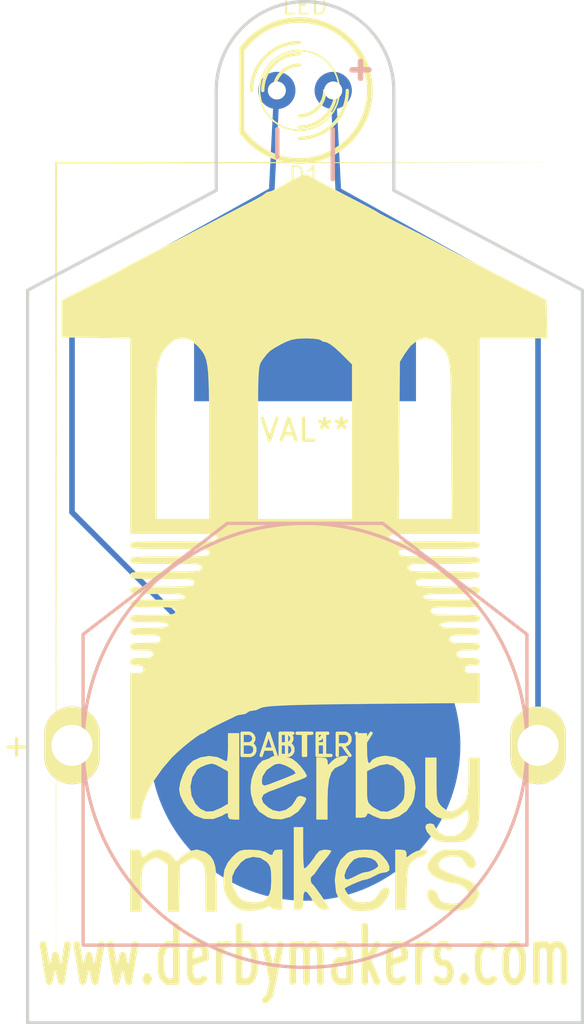
<source format=kicad_pcb>
(kicad_pcb (version 3) (host pcbnew "(2013-02-02 BZR 3928)-testing")

  (general
    (links 3)
    (no_connects 1)
    (area 47.424999 23.424999 72.575001 65.575001)
    (thickness 1.6)
    (drawings 12)
    (tracks 9)
    (zones 0)
    (modules 4)
    (nets 3)
  )

  (page A3)
  (layers
    (15 F.Cu signal)
    (0 B.Cu signal)
    (16 B.Adhes user)
    (17 F.Adhes user)
    (18 B.Paste user)
    (19 F.Paste user)
    (20 B.SilkS user)
    (21 F.SilkS user hide)
    (22 B.Mask user)
    (23 F.Mask user)
    (24 Dwgs.User user)
    (25 Cmts.User user)
    (26 Eco1.User user)
    (27 Eco2.User user)
    (28 Edge.Cuts user)
  )

  (setup
    (last_trace_width 0.254)
    (trace_clearance 0.254)
    (zone_clearance 0.508)
    (zone_45_only no)
    (trace_min 0.254)
    (segment_width 0.2)
    (edge_width 0.15)
    (via_size 0.889)
    (via_drill 0.635)
    (via_min_size 0.889)
    (via_min_drill 0.508)
    (uvia_size 0.508)
    (uvia_drill 0.127)
    (uvias_allowed no)
    (uvia_min_size 0.508)
    (uvia_min_drill 0.127)
    (pcb_text_width 0.3)
    (pcb_text_size 1 1)
    (mod_edge_width 0.15)
    (mod_text_size 1 1)
    (mod_text_width 0.15)
    (pad_size 1.6764 1.6764)
    (pad_drill 0.8128)
    (pad_to_mask_clearance 0)
    (aux_axis_origin 0 0)
    (visible_elements FFFFFFFF)
    (pcbplotparams
      (layerselection 284196865)
      (usegerberextensions true)
      (excludeedgelayer false)
      (linewidth 152400)
      (plotframeref false)
      (viasonmask false)
      (mode 1)
      (useauxorigin false)
      (hpglpennumber 1)
      (hpglpenspeed 20)
      (hpglpendiameter 15)
      (hpglpenoverlay 2)
      (psnegative false)
      (psa4output false)
      (plotreference false)
      (plotvalue false)
      (plotothertext false)
      (plotinvisibletext false)
      (padsonsilk false)
      (subtractmaskfromsilk false)
      (outputformat 1)
      (mirror false)
      (drillshape 0)
      (scaleselection 1)
      (outputdirectory ""))
  )

  (net 0 "")
  (net 1 N-000001)
  (net 2 N-000002)

  (net_class Default "This is the default net class."
    (clearance 0.254)
    (trace_width 0.254)
    (via_dia 0.889)
    (via_drill 0.635)
    (uvia_dia 0.508)
    (uvia_drill 0.127)
    (add_net "")
    (add_net N-000001)
    (add_net N-000002)
  )

  (module LED-5MM (layer F.Cu) (tedit 54169883) (tstamp 524056BA)
    (at 60 23.5 180)
    (descr "LED 5mm - Lead pitch 100mil (2,54mm)")
    (tags "LED led 5mm 5MM 100mil 2,54mm")
    (path /524055DB)
    (fp_text reference D1 (at 0 -3.81 180) (layer F.SilkS)
      (effects (font (size 0.762 0.762) (thickness 0.0889)))
    )
    (fp_text value LED (at 0 3.81 180) (layer F.SilkS)
      (effects (font (size 0.762 0.762) (thickness 0.0889)))
    )
    (fp_line (start 2.8448 1.905) (end 2.8448 -1.905) (layer F.SilkS) (width 0.2032))
    (fp_circle (center 0.254 0) (end -1.016 1.27) (layer F.SilkS) (width 0.0762))
    (fp_arc (start 0.254 0) (end 2.794 1.905) (angle 286.2) (layer F.SilkS) (width 0.254))
    (fp_arc (start 0.254 0) (end -0.889 0) (angle 90) (layer F.SilkS) (width 0.1524))
    (fp_arc (start 0.254 0) (end 1.397 0) (angle 90) (layer F.SilkS) (width 0.1524))
    (fp_arc (start 0.254 0) (end -1.397 0) (angle 90) (layer F.SilkS) (width 0.1524))
    (fp_arc (start 0.254 0) (end 1.905 0) (angle 90) (layer F.SilkS) (width 0.1524))
    (fp_arc (start 0.254 0) (end -1.905 0) (angle 90) (layer F.SilkS) (width 0.1524))
    (fp_arc (start 0.254 0) (end 2.413 0) (angle 90) (layer F.SilkS) (width 0.1524))
    (pad 1 thru_hole circle (at -1.27 0 180) (size 1.6764 1.6764) (drill 0.8128)
      (layers *.Cu *.Mask)
      (net 1 N-000001)
    )
    (pad 2 thru_hole circle (at 1.27 0 180) (size 1.6764 1.6764) (drill 0.8128)
      (layers *.Cu *.Mask)
      (net 2 N-000002)
    )
    (model discret/leds/led5_vertical_verde.wrl
      (at (xyz 0 0 0))
      (scale (xyz 1 1 1))
      (rotate (xyz 0 0 0))
    )
  )

  (module CR2032_CLIP_BACK (layer F.Cu) (tedit 52409AD6) (tstamp 524056CD)
    (at 60 53 180)
    (path /524055A7)
    (fp_text reference BT1 (at 0 0 180) (layer F.SilkS)
      (effects (font (size 1 1) (thickness 0.15)))
    )
    (fp_text value BATTERY (at 0 0 180) (layer F.SilkS)
      (effects (font (size 1 1) (thickness 0.15)))
    )
    (fp_text user + (at 13 0 180) (layer F.SilkS)
      (effects (font (size 1 1) (thickness 0.15)))
    )
    (fp_line (start -3.5 10) (end 3.5 10) (layer B.SilkS) (width 0.15))
    (fp_line (start 3.5 10) (end 10 5) (layer B.SilkS) (width 0.15))
    (fp_line (start 10 5) (end 10 -9) (layer B.SilkS) (width 0.15))
    (fp_line (start 10 -9) (end -10 -9) (layer B.SilkS) (width 0.15))
    (fp_line (start -10 -9) (end -10 5) (layer B.SilkS) (width 0.15))
    (fp_line (start -10 5) (end -3.5 10) (layer B.SilkS) (width 0.15))
    (fp_circle (center 0 0) (end -10 0) (layer B.SilkS) (width 0.15))
    (pad 2 smd circle (at 0 0 180) (size 14 14)
      (layers B.Cu B.Mask)
      (net 2 N-000002)
    )
    (pad 1 thru_hole oval (at -10.5 0 180) (size 2.5 3.5) (drill 1.85)
      (layers *.Cu *.Mask F.SilkS)
      (net 1 N-000001)
    )
    (pad 1 thru_hole oval (at 10.5 0 180) (size 2.5 3.5) (drill 1.85)
      (layers *.Cu *.Mask F.SilkS)
      (net 1 N-000001)
    )
  )

  (module LOGO_SILK (layer F.Cu) (tedit 0) (tstamp 54116DC5)
    (at 60 45)
    (fp_text reference G*** (at 0 19.05) (layer F.SilkS) hide
      (effects (font (size 1.524 1.524) (thickness 0.3048)))
    )
    (fp_text value LOGO_SILK (at 0 -19.05) (layer F.SilkS) hide
      (effects (font (size 1.524 1.524) (thickness 0.3048)))
    )
    (fp_poly (pts (xy 11.303 -18.24736) (xy 0.0635 -18.22704) (xy -11.176 -18.20418) (xy -11.19886 0.0635)
      (xy -11.21918 18.32864) (xy -11.2395 0.02032) (xy -11.25982 -18.288) (xy 0.02032 -18.26768)
      (xy 11.303 -18.24736) (xy 11.303 -18.24736)) (layer F.SilkS) (width 0.00254))
    (fp_poly (pts (xy -3.98018 15.494) (xy -4.23418 15.494) (xy -4.48818 15.494) (xy -4.48818 14.47038)
      (xy -4.49072 14.01318) (xy -4.5085 13.6906) (xy -4.5466 13.4747) (xy -4.62026 13.32992)
      (xy -4.73456 13.22578) (xy -4.88188 13.13688) (xy -5.0292 13.09116) (xy -5.19176 13.13942)
      (xy -5.3467 13.2334) (xy -5.63118 13.4239) (xy -5.65404 14.45768) (xy -5.67944 15.494)
      (xy -5.9309 15.494) (xy -6.17982 15.494) (xy -6.17982 14.4399) (xy -6.17982 13.38834)
      (xy -6.43382 13.208) (xy -6.62686 13.0937) (xy -6.77418 13.08608) (xy -6.87832 13.12926)
      (xy -7.07644 13.23848) (xy -7.2136 13.35024) (xy -7.29742 13.49756) (xy -7.34314 13.70838)
      (xy -7.36346 14.02334) (xy -7.366 14.47292) (xy -7.366 14.4907) (xy -7.366 15.494)
      (xy -7.62 15.494) (xy -7.874 15.494) (xy -7.874 14.097) (xy -7.874 12.7)
      (xy -7.62 12.7) (xy -7.43458 12.7254) (xy -7.36854 12.82446) (xy -7.366 12.86764)
      (xy -7.34822 13.0048) (xy -7.32028 13.03782) (xy -7.23138 12.98702) (xy -7.09168 12.86764)
      (xy -6.82498 12.7254) (xy -6.50494 12.70762) (xy -6.19252 12.81684) (xy -6.07568 12.89812)
      (xy -5.92074 13.05814) (xy -5.84454 13.18514) (xy -5.842 13.19784) (xy -5.7912 13.20292)
      (xy -5.65658 13.10386) (xy -5.54228 12.99718) (xy -5.21462 12.76604) (xy -4.87172 12.69238)
      (xy -4.52628 12.78636) (xy -4.445 12.83462) (xy -4.25958 12.98702) (xy -4.13004 13.18514)
      (xy -4.04368 13.45692) (xy -3.99796 13.83284) (xy -3.98018 14.34084) (xy -3.98018 14.4907)
      (xy -3.98018 15.494) (xy -3.98018 15.494)) (layer F.SilkS) (width 0.00254))
    (fp_poly (pts (xy -1.016 15.40764) (xy -1.26238 15.40764) (xy -1.45034 15.37462) (xy -1.524 15.31874)
      (xy -1.524 14.14018) (xy -1.524 14.03858) (xy -1.53162 13.71092) (xy -1.56464 13.5001)
      (xy -1.6383 13.35278) (xy -1.73228 13.2461) (xy -2.01422 13.07084) (xy -2.34442 13.02512)
      (xy -2.66446 13.1064) (xy -2.88544 13.2715) (xy -3.1496 13.61186) (xy -3.27914 13.90396)
      (xy -3.28422 14.18844) (xy -3.2004 14.4526) (xy -3.02006 14.78534) (xy -2.80416 14.97838)
      (xy -2.50698 15.05966) (xy -2.31902 15.06982) (xy -2.03962 15.05712) (xy -1.86182 15.00124)
      (xy -1.72974 14.88186) (xy -1.69926 14.8463) (xy -1.59766 14.67612) (xy -1.54432 14.46022)
      (xy -1.524 14.14018) (xy -1.524 15.31874) (xy -1.54686 15.3035) (xy -1.6002 15.24)
      (xy -1.70942 15.30096) (xy -1.88976 15.3797) (xy -2.17424 15.43558) (xy -2.49682 15.4559)
      (xy -2.794 15.44066) (xy -2.81178 15.43558) (xy -3.10388 15.31112) (xy -3.37058 15.06728)
      (xy -3.57124 14.7574) (xy -3.6576 14.45768) (xy -3.683 13.97508) (xy -3.6322 13.6017)
      (xy -3.4925 13.29436) (xy -3.29184 13.04544) (xy -3.09626 12.85494) (xy -2.93878 12.7508)
      (xy -2.75082 12.70762) (xy -2.46888 12.7) (xy -2.43078 12.70254) (xy -2.06248 12.7254)
      (xy -1.8034 12.79398) (xy -1.7399 12.82954) (xy -1.55194 12.93876) (xy -1.45542 12.9159)
      (xy -1.44018 12.827) (xy -1.36652 12.72286) (xy -1.22682 12.7) (xy -1.016 12.7)
      (xy -1.016 14.05382) (xy -1.016 15.40764) (xy -1.016 15.40764)) (layer F.SilkS) (width 0.00254))
    (fp_poly (pts (xy 3.81254 14.57198) (xy 3.75412 14.77772) (xy 3.59664 15.02664) (xy 3.53568 15.10284)
      (xy 3.35026 15.29334) (xy 3.17246 15.3924) (xy 2.9337 15.43812) (xy 2.794 15.45082)
      (xy 2.49936 15.46098) (xy 2.25298 15.45082) (xy 2.159 15.43812) (xy 1.92278 15.31112)
      (xy 1.68148 15.0876) (xy 1.4859 14.82344) (xy 1.397 14.61516) (xy 1.33858 14.06144)
      (xy 1.40716 13.57122) (xy 1.59766 13.16228) (xy 1.89738 12.86002) (xy 2.00406 12.79652)
      (xy 2.18948 12.74318) (xy 2.47142 12.70762) (xy 2.70002 12.7) (xy 2.9972 12.70762)
      (xy 3.19532 12.7508) (xy 3.35788 12.8524) (xy 3.51028 12.99718) (xy 3.70586 13.23848)
      (xy 3.80238 13.45946) (xy 3.79984 13.6271) (xy 3.68554 13.71092) (xy 3.63982 13.716)
      (xy 3.41884 13.7541) (xy 3.302 13.79728) (xy 3.302 13.4239) (xy 3.24866 13.30706)
      (xy 3.1623 13.19276) (xy 2.9718 13.08608) (xy 2.70002 13.04036) (xy 2.41808 13.05814)
      (xy 2.20472 13.14196) (xy 2.19964 13.14704) (xy 2.01422 13.3477) (xy 1.85928 13.60424)
      (xy 1.78054 13.83792) (xy 1.778 13.8811) (xy 1.81356 14.0208) (xy 1.93294 14.04112)
      (xy 2.13868 13.95476) (xy 2.41046 13.8176) (xy 2.58064 13.74394) (xy 2.68986 13.716)
      (xy 2.73304 13.716) (xy 2.90322 13.6779) (xy 3.0988 13.59408) (xy 3.2512 13.49502)
      (xy 3.302 13.4239) (xy 3.302 13.79728) (xy 3.29946 13.79982) (xy 3.07594 13.91158)
      (xy 2.96418 13.97) (xy 2.77876 14.03858) (xy 2.68478 14.05382) (xy 2.55778 14.08684)
      (xy 2.34442 14.17066) (xy 2.10312 14.2748) (xy 1.89484 14.3764) (xy 1.78816 14.44244)
      (xy 1.81356 14.52118) (xy 1.9177 14.68374) (xy 1.9812 14.7701) (xy 2.14122 14.95552)
      (xy 2.2987 15.04188) (xy 2.5273 15.06728) (xy 2.61874 15.06982) (xy 2.92354 15.04188)
      (xy 3.12674 14.93774) (xy 3.2893 14.7193) (xy 3.34264 14.61516) (xy 3.48742 14.46022)
      (xy 3.62204 14.40688) (xy 3.76936 14.4399) (xy 3.81254 14.57198) (xy 3.81254 14.57198)) (layer F.SilkS) (width 0.00254))
    (fp_poly (pts (xy 7.84098 14.63802) (xy 7.80542 14.82344) (xy 7.75716 14.92758) (xy 7.61746 15.14602)
      (xy 7.4549 15.3035) (xy 7.44982 15.30604) (xy 7.22122 15.38986) (xy 6.89102 15.44066)
      (xy 6.52018 15.45844) (xy 6.20776 15.43558) (xy 5.91566 15.3289) (xy 5.67182 15.12062)
      (xy 5.52704 14.86154) (xy 5.50418 14.7193) (xy 5.53466 14.53388) (xy 5.64642 14.478)
      (xy 5.65658 14.478) (xy 5.86994 14.55166) (xy 5.99694 14.73708) (xy 6.01218 14.8336)
      (xy 6.08838 14.98346) (xy 6.28904 15.09014) (xy 6.57352 15.13586) (xy 6.79704 15.1257)
      (xy 7.12724 15.04188) (xy 7.31266 14.88948) (xy 7.366 14.6812) (xy 7.2898 14.50086)
      (xy 7.10184 14.34084) (xy 6.85546 14.23924) (xy 6.71322 14.22146) (xy 6.44906 14.17574)
      (xy 6.12902 14.06144) (xy 5.83438 13.91412) (xy 5.69468 13.81506) (xy 5.53212 13.58138)
      (xy 5.53466 13.32738) (xy 5.70484 13.05052) (xy 5.78104 12.96924) (xy 5.9436 12.827)
      (xy 6.09092 12.74572) (xy 6.2865 12.70762) (xy 6.58114 12.7) (xy 6.65988 12.7)
      (xy 6.98754 12.70508) (xy 7.19836 12.73556) (xy 7.34568 12.80414) (xy 7.4803 12.92098)
      (xy 7.6454 13.14196) (xy 7.70636 13.34516) (xy 7.6581 13.48994) (xy 7.51078 13.54582)
      (xy 7.33298 13.47724) (xy 7.2263 13.30452) (xy 7.07644 13.0937) (xy 6.88086 13.01242)
      (xy 6.57098 12.99464) (xy 6.30174 13.05814) (xy 6.10616 13.18006) (xy 6.01472 13.34262)
      (xy 6.05536 13.5128) (xy 6.1722 13.6017) (xy 6.40842 13.716) (xy 6.7183 13.83538)
      (xy 6.81736 13.87094) (xy 7.1882 13.9954) (xy 7.43204 14.097) (xy 7.58952 14.1986)
      (xy 7.70128 14.3256) (xy 7.78256 14.46276) (xy 7.84098 14.63802) (xy 7.84098 14.63802)) (layer F.SilkS) (width 0.00254))
    (fp_poly (pts (xy 1.18364 12.7635) (xy 1.1303 12.85748) (xy 1.00076 13.0302) (xy 0.92456 13.1191)
      (xy 0.72898 13.35786) (xy 0.56134 13.59154) (xy 0.52578 13.64742) (xy 0.41148 13.80998)
      (xy 0.32258 13.88364) (xy 0.32004 13.88364) (xy 0.2667 13.94968) (xy 0.25654 14.08938)
      (xy 0.29464 14.2113) (xy 0.32258 14.2367) (xy 0.39878 14.31544) (xy 0.5334 14.49324)
      (xy 0.70104 14.72692) (xy 0.86868 14.9733) (xy 1.00838 15.1892) (xy 1.08966 15.33144)
      (xy 1.09982 15.36192) (xy 1.02616 15.39494) (xy 0.86614 15.40764) (xy 0.71882 15.3924)
      (xy 0.5969 15.32382) (xy 0.46736 15.17142) (xy 0.29718 14.90726) (xy 0.254 14.83614)
      (xy 0.1016 14.62786) (xy -0.00254 14.5796) (xy -0.0635 14.69644) (xy -0.08382 14.97584)
      (xy -0.08382 14.986) (xy -0.09144 15.23492) (xy -0.127 15.36192) (xy -0.21082 15.4051)
      (xy -0.29718 15.40764) (xy -0.508 15.40764) (xy -0.508 13.54582) (xy -0.508 11.684)
      (xy -0.29718 11.684) (xy -0.08382 11.684) (xy -0.08382 12.61364) (xy -0.08128 12.98956)
      (xy -0.06858 13.29182) (xy -0.0508 13.4874) (xy -0.03048 13.54582) (xy 0.06604 13.48232)
      (xy 0.2159 13.31722) (xy 0.38354 13.09878) (xy 0.49022 12.93114) (xy 0.64516 12.75588)
      (xy 0.86614 12.7) (xy 0.90678 12.7) (xy 1.09474 12.71524) (xy 1.18364 12.75588)
      (xy 1.18364 12.7635) (xy 1.18364 12.7635)) (layer F.SilkS) (width 0.00254))
    (fp_poly (pts (xy 5.50418 12.76604) (xy 5.43306 12.9032) (xy 5.27558 13.01242) (xy 5.16128 13.03782)
      (xy 5.01396 13.09624) (xy 4.83616 13.23594) (xy 4.81838 13.25626) (xy 4.72948 13.36548)
      (xy 4.66852 13.4874) (xy 4.63042 13.66012) (xy 4.60502 13.92174) (xy 4.58978 14.30528)
      (xy 4.5847 14.4399) (xy 4.55676 15.40764) (xy 4.31038 15.40764) (xy 4.064 15.40764)
      (xy 4.064 14.05382) (xy 4.064 12.7) (xy 4.318 12.7) (xy 4.50342 12.7254)
      (xy 4.56946 12.82192) (xy 4.572 12.87272) (xy 4.572 13.04798) (xy 4.81838 12.87272)
      (xy 5.0165 12.76858) (xy 5.23494 12.70762) (xy 5.41274 12.7) (xy 5.50164 12.7508)
      (xy 5.50418 12.76604) (xy 5.50418 12.76604)) (layer F.SilkS) (width 0.00254))
    (fp_poly (pts (xy 7.874 10.03808) (xy 7.87146 10.61212) (xy 7.8613 11.04646) (xy 7.8359 11.36904)
      (xy 7.79272 11.60526) (xy 7.72414 11.78814) (xy 7.62508 11.94562) (xy 7.49046 12.1031)
      (xy 7.4676 12.1285) (xy 7.3406 12.24534) (xy 7.21106 12.31646) (xy 7.02564 12.34948)
      (xy 6.73608 12.35964) (xy 6.59638 12.35964) (xy 6.25602 12.35456) (xy 6.03504 12.32916)
      (xy 5.87756 12.27074) (xy 5.73786 12.1666) (xy 5.68198 12.11326) (xy 5.48894 11.8872)
      (xy 5.41782 11.69416) (xy 5.46862 11.55954) (xy 5.63118 11.51382) (xy 5.79628 11.55446)
      (xy 5.842 11.6332) (xy 5.90296 11.76528) (xy 6.05282 11.92276) (xy 6.07568 11.938)
      (xy 6.37286 12.08278) (xy 6.68782 12.08278) (xy 6.97738 11.9634) (xy 7.20852 11.73734)
      (xy 7.34314 11.43) (xy 7.366 11.2395) (xy 7.3533 11.03376) (xy 7.32282 10.92708)
      (xy 7.3152 10.922) (xy 7.22376 10.97026) (xy 7.05866 11.09218) (xy 7.0104 11.13282)
      (xy 6.67004 11.32078) (xy 6.30428 11.35126) (xy 5.94106 11.22426) (xy 5.72008 11.05916)
      (xy 5.41782 10.77468) (xy 5.41782 9.66216) (xy 5.41782 8.54964) (xy 5.67182 8.54964)
      (xy 5.92582 8.54964) (xy 5.92582 9.52246) (xy 5.92836 9.9441) (xy 5.93852 10.23112)
      (xy 5.96392 10.42416) (xy 6.01218 10.56132) (xy 6.09092 10.67562) (xy 6.16458 10.76198)
      (xy 6.40842 10.95248) (xy 6.6548 10.97534) (xy 6.9215 10.8331) (xy 6.99008 10.77468)
      (xy 7.15518 10.59434) (xy 7.26694 10.39368) (xy 7.33044 10.1346) (xy 7.36092 9.779)
      (xy 7.366 9.398) (xy 7.366 8.54964) (xy 7.62 8.54964) (xy 7.874 8.54964)
      (xy 7.874 10.03808) (xy 7.874 10.03808)) (layer F.SilkS) (width 0.00254))
    (fp_poly (pts (xy 10.92708 -10.33018) (xy 9.40054 -10.33018) (xy 7.874 -10.33018) (xy 7.874 -5.92836)
      (xy 7.874 -1.524) (xy 6.61416 -1.524) (xy 6.61416 -2.20218) (xy 6.58622 -5.7785)
      (xy 6.58114 -6.67004) (xy 6.57606 -7.40664) (xy 6.5659 -8.00608) (xy 6.5532 -8.48868)
      (xy 6.53542 -8.86714) (xy 6.50748 -9.15924) (xy 6.46938 -9.38276) (xy 6.41858 -9.55294)
      (xy 6.35508 -9.68502) (xy 6.27126 -9.80186) (xy 6.16966 -9.91362) (xy 6.0452 -10.03808)
      (xy 6.03504 -10.05078) (xy 5.72262 -10.27938) (xy 5.3975 -10.34288) (xy 5.06984 -10.24382)
      (xy 4.75234 -9.98982) (xy 4.47548 -9.60882) (xy 4.27482 -9.271) (xy 4.24942 -5.73786)
      (xy 4.22402 -2.20218) (xy 5.41782 -2.20218) (xy 6.61416 -2.20218) (xy 6.61416 -1.524)
      (xy 5.842 -1.524) (xy 5.20446 -1.524) (xy 4.71678 -1.52146) (xy 4.35864 -1.51638)
      (xy 4.10972 -1.50368) (xy 3.9497 -1.4859) (xy 3.8608 -1.45796) (xy 3.82016 -1.41986)
      (xy 3.81 -1.36906) (xy 3.81 -1.35636) (xy 3.81508 -1.30302) (xy 3.84556 -1.26238)
      (xy 3.92176 -1.2319) (xy 4.06146 -1.21158) (xy 4.28752 -1.19888) (xy 4.61772 -1.19126)
      (xy 5.06984 -1.18872) (xy 5.66928 -1.18618) (xy 5.842 -1.18618) (xy 6.47954 -1.18618)
      (xy 6.96722 -1.18364) (xy 7.32536 -1.17602) (xy 7.57428 -1.16586) (xy 7.7343 -1.14808)
      (xy 7.8232 -1.12014) (xy 7.86384 -1.08204) (xy 7.874 -1.03124) (xy 7.874 -1.016)
      (xy 7.86638 -0.96266) (xy 7.83336 -0.91948) (xy 7.75462 -0.889) (xy 7.60476 -0.86868)
      (xy 7.366 -0.85598) (xy 7.01548 -0.8509) (xy 6.53288 -0.84836) (xy 6.05282 -0.84836)
      (xy 5.45338 -0.84836) (xy 5.0038 -0.84328) (xy 4.67868 -0.83566) (xy 4.46278 -0.82296)
      (xy 4.3307 -0.8001) (xy 4.26212 -0.76708) (xy 4.23672 -0.7239) (xy 4.23418 -0.67818)
      (xy 4.23926 -0.6223) (xy 4.27228 -0.58166) (xy 4.35356 -0.55118) (xy 4.50342 -0.53086)
      (xy 4.74218 -0.51816) (xy 5.0927 -0.51308) (xy 5.57276 -0.51054) (xy 6.05282 -0.508)
      (xy 6.65226 -0.508) (xy 7.10438 -0.50546) (xy 7.42696 -0.49784) (xy 7.6454 -0.48514)
      (xy 7.77748 -0.46228) (xy 7.84606 -0.42926) (xy 7.87146 -0.38354) (xy 7.874 -0.34036)
      (xy 7.86638 -0.28194) (xy 7.83082 -0.23876) (xy 7.74446 -0.20828) (xy 7.58444 -0.18796)
      (xy 7.3279 -0.1778) (xy 6.95198 -0.17272) (xy 6.43636 -0.17018) (xy 6.26618 -0.17018)
      (xy 5.70738 -0.17018) (xy 5.29336 -0.1651) (xy 5.00634 -0.15748) (xy 4.82346 -0.1397)
      (xy 4.71678 -0.1143) (xy 4.66852 -0.07366) (xy 4.65582 -0.02032) (xy 4.65582 0)
      (xy 4.66344 0.05842) (xy 4.699 0.1016) (xy 4.78536 0.13208) (xy 4.94538 0.14986)
      (xy 5.20192 0.16256) (xy 5.57784 0.16764) (xy 6.09346 0.16764) (xy 6.26618 0.16764)
      (xy 6.82244 0.16764) (xy 7.23646 0.17272) (xy 7.52348 0.18288) (xy 7.70636 0.19812)
      (xy 7.81304 0.22606) (xy 7.8613 0.26416) (xy 7.874 0.32004) (xy 7.874 0.33782)
      (xy 7.86638 0.39878) (xy 7.82828 0.4445) (xy 7.7343 0.47498) (xy 7.56412 0.49276)
      (xy 7.2898 0.50292) (xy 6.89356 0.50546) (xy 6.43382 0.508) (xy 5.91058 0.508)
      (xy 5.53212 0.51308) (xy 5.27558 0.52324) (xy 5.11556 0.54356) (xy 5.03174 0.57404)
      (xy 5.00126 0.6223) (xy 4.99618 0.67564) (xy 5.00126 0.7366) (xy 5.0419 0.78232)
      (xy 5.13334 0.8128) (xy 5.30606 0.83058) (xy 5.57784 0.84074) (xy 5.97662 0.84582)
      (xy 6.43382 0.84582) (xy 6.9596 0.84582) (xy 7.33806 0.8509) (xy 7.5946 0.86106)
      (xy 7.75208 0.88138) (xy 7.8359 0.9144) (xy 7.86892 0.96012) (xy 7.874 1.016)
      (xy 7.86638 1.0795) (xy 7.8232 1.12522) (xy 7.72414 1.1557) (xy 7.53872 1.17348)
      (xy 7.24662 1.1811) (xy 6.8199 1.18364) (xy 6.604 1.18364) (xy 6.10616 1.18618)
      (xy 5.75564 1.1938) (xy 5.52704 1.21158) (xy 5.39496 1.23952) (xy 5.34162 1.28016)
      (xy 5.334 1.31064) (xy 5.35686 1.36144) (xy 5.44068 1.397) (xy 5.61086 1.41986)
      (xy 5.89026 1.43256) (xy 6.30174 1.43764) (xy 6.604 1.43764) (xy 7.09168 1.44018)
      (xy 7.43458 1.44526) (xy 7.66064 1.45796) (xy 7.79272 1.48336) (xy 7.85368 1.52146)
      (xy 7.87146 1.57988) (xy 7.874 1.60782) (xy 7.86384 1.6764) (xy 7.81812 1.72466)
      (xy 7.7089 1.7526) (xy 7.50824 1.77038) (xy 7.19074 1.77546) (xy 6.77418 1.778)
      (xy 6.3246 1.778) (xy 6.01726 1.78562) (xy 5.82422 1.80086) (xy 5.72262 1.83388)
      (xy 5.67944 1.88214) (xy 5.67182 1.94564) (xy 5.68198 2.01422) (xy 5.7277 2.06248)
      (xy 5.83692 2.09296) (xy 6.03758 2.1082) (xy 6.35508 2.11328) (xy 6.77418 2.11582)
      (xy 7.22122 2.11582) (xy 7.52856 2.12344) (xy 7.7216 2.14122) (xy 7.8232 2.1717)
      (xy 7.86638 2.21996) (xy 7.874 2.286) (xy 7.8613 2.35966) (xy 7.80796 2.41046)
      (xy 7.6835 2.4384) (xy 7.4549 2.4511) (xy 7.09676 2.45364) (xy 6.985 2.45364)
      (xy 6.5786 2.45872) (xy 6.31444 2.47142) (xy 6.16458 2.5019) (xy 6.10362 2.54762)
      (xy 6.096 2.58064) (xy 6.12394 2.63906) (xy 6.223 2.67716) (xy 6.42366 2.69748)
      (xy 6.75132 2.70764) (xy 6.985 2.70764) (xy 7.38124 2.71018) (xy 7.63778 2.72034)
      (xy 7.7851 2.7432) (xy 7.85368 2.78892) (xy 7.874 2.85496) (xy 7.874 2.87782)
      (xy 7.85876 2.96164) (xy 7.79526 3.01244) (xy 7.64286 3.03784) (xy 7.37362 3.04546)
      (xy 7.19582 3.048) (xy 6.858 3.05054) (xy 6.65734 3.06578) (xy 6.55574 3.10388)
      (xy 6.52018 3.17246) (xy 6.52018 3.21564) (xy 6.53288 3.29946) (xy 6.59892 3.35026)
      (xy 6.74878 3.37566) (xy 7.01802 3.38582) (xy 7.19582 3.38582) (xy 7.53364 3.38836)
      (xy 7.73684 3.40614) (xy 7.8359 3.4417) (xy 7.87146 3.51028) (xy 7.874 3.556)
      (xy 7.85622 3.64998) (xy 7.7724 3.70078) (xy 7.58952 3.7211) (xy 7.366 3.72364)
      (xy 7.08152 3.73126) (xy 6.92912 3.75666) (xy 6.86816 3.81762) (xy 6.858 3.89382)
      (xy 6.87578 3.9878) (xy 6.95706 4.0386) (xy 7.13994 4.05892) (xy 7.366 4.064)
      (xy 7.65048 4.06908) (xy 7.80288 4.09702) (xy 7.86384 4.15798) (xy 7.874 4.23164)
      (xy 7.84606 4.3434) (xy 7.72922 4.39166) (xy 7.53618 4.40182) (xy 7.31266 4.41452)
      (xy 7.21614 4.47294) (xy 7.19582 4.572) (xy 7.22376 4.68122) (xy 7.3406 4.72948)
      (xy 7.53618 4.73964) (xy 7.874 4.73964) (xy 7.874 5.41528) (xy 7.874 6.09092)
      (xy 3.4925 6.12648) (xy 2.36728 6.13918) (xy 2.11582 6.14172) (xy 2.11582 -2.20218)
      (xy 2.11582 -5.67944) (xy 2.11582 -9.15924) (xy 1.61544 -9.65962) (xy 1.35636 -9.89838)
      (xy 1.12776 -10.07364) (xy 0.96774 -10.15746) (xy 0.94234 -10.16) (xy 0.77724 -10.1981)
      (xy 0.71882 -10.24636) (xy 0.61468 -10.287) (xy 0.38862 -10.31748) (xy 0.08382 -10.33018)
      (xy 0.04572 -10.33018) (xy -0.32512 -10.31748) (xy -0.60706 -10.26922) (xy -0.87884 -10.16762)
      (xy -1.0541 -10.07872) (xy -1.3589 -9.91108) (xy -1.56718 -9.77138) (xy -1.7272 -9.6139)
      (xy -1.89484 -9.39292) (xy -1.9304 -9.34466) (xy -1.97612 -9.27354) (xy -2.01422 -9.19988)
      (xy -2.0447 -9.1059) (xy -2.06756 -8.97128) (xy -2.08534 -8.78586) (xy -2.09804 -8.52678)
      (xy -2.1082 -8.18134) (xy -2.11328 -7.73176) (xy -2.11582 -7.1628) (xy -2.11582 -6.45668)
      (xy -2.11582 -5.6388) (xy -2.11582 -2.20218) (xy 0 -2.20218) (xy 2.11582 -2.20218)
      (xy 2.11582 6.14172) (xy 1.39954 6.14934) (xy 0.57912 6.16204) (xy -0.10668 6.17728)
      (xy -0.66802 6.19252) (xy -1.1176 6.21284) (xy -1.46558 6.23316) (xy -1.72466 6.25856)
      (xy -1.905 6.28904) (xy -2.0193 6.3246) (xy -2.0701 6.35508) (xy -2.21488 6.41858)
      (xy -2.34188 6.43382) (xy -2.51206 6.46684) (xy -2.58318 6.51764) (xy -2.70256 6.58876)
      (xy -2.80162 6.604) (xy -3.0226 6.6421) (xy -3.11404 6.67766) (xy -3.25882 6.75132)
      (xy -3.50774 6.8707) (xy -3.80746 7.01548) (xy -3.85318 7.03834) (xy -4.13766 7.18058)
      (xy -4.3561 7.29996) (xy -4.46786 7.37616) (xy -4.47294 7.38632) (xy -4.572 7.44728)
      (xy -4.59232 7.44982) (xy -4.71932 7.50316) (xy -4.93522 7.6454) (xy -5.207 7.85114)
      (xy -5.4991 8.0899) (xy -5.78104 8.34136) (xy -5.99694 8.54964) (xy -6.4262 9.05002)
      (xy -6.79704 9.5758) (xy -7.08914 10.0965) (xy -7.28218 10.58164) (xy -7.366 10.9982)
      (xy -7.366 11.05154) (xy -7.38124 11.24966) (xy -7.4549 11.3284) (xy -7.62 11.34364)
      (xy -7.874 11.34364) (xy -7.874 8.04164) (xy -7.874 4.73964) (xy -7.57682 4.73964)
      (xy -7.37362 4.72186) (xy -7.29234 4.6482) (xy -7.28218 4.572) (xy -7.3152 4.45516)
      (xy -7.44474 4.4069) (xy -7.57682 4.40182) (xy -7.78256 4.3815) (xy -7.86384 4.30784)
      (xy -7.874 4.23164) (xy -7.85622 4.13766) (xy -7.77494 4.08686) (xy -7.59206 4.06654)
      (xy -7.366 4.064) (xy -7.08152 4.05638) (xy -6.92912 4.02844) (xy -6.86816 3.96748)
      (xy -6.858 3.89382) (xy -6.87578 3.79984) (xy -6.9596 3.7465) (xy -7.14248 3.72618)
      (xy -7.366 3.72364) (xy -7.65048 3.71856) (xy -7.80288 3.69062) (xy -7.86384 3.62966)
      (xy -7.874 3.556) (xy -7.8613 3.46964) (xy -7.79526 3.41884) (xy -7.6454 3.39344)
      (xy -7.37616 3.38582) (xy -7.19582 3.38582) (xy -6.86054 3.38074) (xy -6.65734 3.3655)
      (xy -6.55574 3.3274) (xy -6.52272 3.26136) (xy -6.52018 3.21564) (xy -6.53288 3.13182)
      (xy -6.59892 3.08102) (xy -6.74878 3.05562) (xy -7.01802 3.048) (xy -7.19582 3.048)
      (xy -7.53364 3.04292) (xy -7.73684 3.02768) (xy -7.83844 2.98958) (xy -7.87146 2.921)
      (xy -7.874 2.87782) (xy -7.86384 2.79908) (xy -7.80796 2.75082) (xy -7.67842 2.72288)
      (xy -7.4422 2.71018) (xy -7.0739 2.70764) (xy -7.02818 2.70764) (xy -6.63194 2.7051)
      (xy -6.38048 2.68732) (xy -6.23824 2.65684) (xy -6.1849 2.60858) (xy -6.17982 2.58064)
      (xy -6.2103 2.52222) (xy -6.3119 2.48412) (xy -6.51764 2.4638) (xy -6.85038 2.45364)
      (xy -7.02818 2.45364) (xy -7.41426 2.4511) (xy -7.66064 2.44094) (xy -7.7978 2.41554)
      (xy -7.85876 2.36728) (xy -7.874 2.29362) (xy -7.874 2.286) (xy -7.86384 2.21234)
      (xy -7.81558 2.16408) (xy -7.70128 2.13614) (xy -7.49046 2.1209) (xy -7.15772 2.11582)
      (xy -6.858 2.11582) (xy -6.42874 2.11328) (xy -6.14172 2.10566) (xy -5.96646 2.08534)
      (xy -5.87756 2.05232) (xy -5.84708 1.99644) (xy -5.842 1.94564) (xy -5.85216 1.87452)
      (xy -5.90042 1.82626) (xy -6.01726 1.79832) (xy -6.22554 1.78308) (xy -6.55828 1.778)
      (xy -6.858 1.778) (xy -7.28726 1.77546) (xy -7.57428 1.76784) (xy -7.74954 1.74752)
      (xy -7.83844 1.71196) (xy -7.87146 1.65608) (xy -7.874 1.60782) (xy -7.86638 1.54178)
      (xy -7.8232 1.49606) (xy -7.7216 1.46558) (xy -7.53364 1.4478) (xy -7.23392 1.44018)
      (xy -6.79958 1.43764) (xy -6.64718 1.43764) (xy -6.1595 1.4351) (xy -5.8166 1.42748)
      (xy -5.59562 1.4097) (xy -5.4737 1.37922) (xy -5.4229 1.33604) (xy -5.41782 1.31064)
      (xy -5.44322 1.25984) (xy -5.52958 1.22428) (xy -5.7023 1.20142) (xy -5.98424 1.18872)
      (xy -6.4008 1.18364) (xy -6.64718 1.18364) (xy -7.1247 1.18364) (xy -7.45998 1.17602)
      (xy -7.67588 1.16332) (xy -7.80034 1.13792) (xy -7.85876 1.09474) (xy -7.874 1.03632)
      (xy -7.874 1.016) (xy -7.86638 0.9525) (xy -7.82828 0.90932) (xy -7.73684 0.87884)
      (xy -7.56412 0.85852) (xy -7.29234 0.8509) (xy -6.89356 0.84582) (xy -6.43382 0.84582)
      (xy -5.91058 0.84328) (xy -5.53212 0.84074) (xy -5.27558 0.82804) (xy -5.1181 0.80772)
      (xy -5.03428 0.77724) (xy -5.00126 0.72898) (xy -4.99618 0.67564) (xy -5.0038 0.61468)
      (xy -5.0419 0.56896) (xy -5.13334 0.53848) (xy -5.30606 0.5207) (xy -5.57784 0.51054)
      (xy -5.97662 0.508) (xy -6.43382 0.508) (xy -6.9596 0.50546) (xy -7.33806 0.50038)
      (xy -7.5946 0.49022) (xy -7.75208 0.4699) (xy -7.8359 0.43942) (xy -7.86892 0.39116)
      (xy -7.874 0.33782) (xy -7.86638 0.2794) (xy -7.83082 0.23622) (xy -7.74446 0.20574)
      (xy -7.58444 0.18542) (xy -7.3279 0.17526) (xy -6.95452 0.17018) (xy -6.4389 0.16764)
      (xy -6.26618 0.16764) (xy -5.70738 0.16764) (xy -5.2959 0.16256) (xy -5.00888 0.15494)
      (xy -4.82346 0.13716) (xy -4.71678 0.11176) (xy -4.67106 0.07112) (xy -4.65836 0.01778)
      (xy -4.65582 0) (xy -4.66344 -0.06096) (xy -4.699 -0.10414) (xy -4.78536 -0.13462)
      (xy -4.94792 -0.1524) (xy -5.20446 -0.1651) (xy -5.57784 -0.17018) (xy -6.09346 -0.17018)
      (xy -6.26618 -0.17018) (xy -6.82498 -0.17018) (xy -7.23646 -0.17526) (xy -7.52348 -0.18542)
      (xy -7.7089 -0.20066) (xy -7.81304 -0.2286) (xy -7.8613 -0.2667) (xy -7.874 -0.32258)
      (xy -7.874 -0.34036) (xy -7.86892 -0.39624) (xy -7.83336 -0.43942) (xy -7.75208 -0.46736)
      (xy -7.60222 -0.48768) (xy -7.35838 -0.50038) (xy -7.00532 -0.508) (xy -6.5151 -0.508)
      (xy -6.096 -0.508) (xy -5.50418 -0.51054) (xy -5.06222 -0.51308) (xy -4.74472 -0.5207)
      (xy -4.5339 -0.53594) (xy -4.4069 -0.5588) (xy -4.3434 -0.59182) (xy -4.32054 -0.63754)
      (xy -4.318 -0.67818) (xy -4.32562 -0.73406) (xy -4.35864 -0.77724) (xy -4.43992 -0.80772)
      (xy -4.59232 -0.82804) (xy -4.83362 -0.8382) (xy -5.18922 -0.84582) (xy -5.6769 -0.84836)
      (xy -6.096 -0.84836) (xy -6.68782 -0.84836) (xy -7.12978 -0.8509) (xy -7.44728 -0.85852)
      (xy -7.6581 -0.87376) (xy -7.7851 -0.89662) (xy -7.8486 -0.92964) (xy -7.87146 -0.9779)
      (xy -7.874 -1.016) (xy -7.86892 -1.07188) (xy -7.8359 -1.11252) (xy -7.7597 -1.143)
      (xy -7.61492 -1.16332) (xy -7.38632 -1.17602) (xy -7.0485 -1.18364) (xy -6.58368 -1.18618)
      (xy -5.97154 -1.18618) (xy -5.92582 -1.18618) (xy -5.30352 -1.18618) (xy -4.83108 -1.18872)
      (xy -4.48564 -1.19634) (xy -4.24942 -1.20904) (xy -4.1021 -1.22936) (xy -4.02082 -1.2573)
      (xy -3.9878 -1.29794) (xy -3.98018 -1.35128) (xy -3.98018 -1.35636) (xy -3.98526 -1.4097)
      (xy -4.01828 -1.45034) (xy -4.09448 -1.48082) (xy -4.23926 -1.50114) (xy -4.318 -1.50622)
      (xy -4.318 -2.20218) (xy -4.32054 -5.61086) (xy -4.32054 -6.5151) (xy -4.32308 -7.26694)
      (xy -4.3307 -7.88162) (xy -4.34594 -8.37946) (xy -4.36626 -8.77316) (xy -4.39928 -9.08304)
      (xy -4.445 -9.32434) (xy -4.50596 -9.5123) (xy -4.58216 -9.6647) (xy -4.67614 -9.79932)
      (xy -4.79298 -9.93394) (xy -4.85902 -10.00252) (xy -5.06984 -10.20318) (xy -5.25272 -10.30224)
      (xy -5.47624 -10.33018) (xy -5.51688 -10.33018) (xy -5.74802 -10.30986) (xy -5.92836 -10.23112)
      (xy -6.12902 -10.05586) (xy -6.19506 -9.98728) (xy -6.3754 -9.76884) (xy -6.49478 -9.5758)
      (xy -6.52018 -9.48436) (xy -6.55828 -9.32434) (xy -6.604 -9.271) (xy -6.62686 -9.17448)
      (xy -6.64718 -8.91032) (xy -6.66242 -8.49122) (xy -6.67512 -7.91718) (xy -6.68274 -7.19836)
      (xy -6.68782 -6.33984) (xy -6.68782 -5.71246) (xy -6.68782 -2.20218) (xy -5.50418 -2.20218)
      (xy -4.318 -2.20218) (xy -4.318 -1.50622) (xy -4.46786 -1.51384) (xy -4.80568 -1.52146)
      (xy -5.2705 -1.524) (xy -5.88264 -1.524) (xy -5.92582 -1.524) (xy -7.874 -1.524)
      (xy -7.874 -5.92582) (xy -7.874 -10.32764) (xy -9.41832 -10.3505) (xy -10.96518 -10.37336)
      (xy -10.96518 -11.2141) (xy -10.96518 -12.05484) (xy -9.60882 -12.7381) (xy -9.17194 -12.95908)
      (xy -8.7884 -13.15466) (xy -8.4836 -13.31214) (xy -8.28294 -13.42136) (xy -8.21182 -13.462)
      (xy -8.12292 -13.51788) (xy -7.91972 -13.63218) (xy -7.64286 -13.7795) (xy -7.53618 -13.83284)
      (xy -6.91134 -14.15796) (xy -6.22808 -14.51356) (xy -5.53212 -14.87424) (xy -4.86664 -15.22222)
      (xy -4.2799 -15.52702) (xy -3.98018 -15.68704) (xy -3.54838 -15.91056) (xy -3.08102 -16.1544)
      (xy -2.65176 -16.37538) (xy -2.49682 -16.45412) (xy -2.19456 -16.61414) (xy -1.95326 -16.7513)
      (xy -1.81356 -16.84528) (xy -1.79324 -16.8656) (xy -1.69418 -16.9291) (xy -1.64592 -16.93418)
      (xy -1.50368 -16.97482) (xy -1.28778 -17.07388) (xy -1.20904 -17.11706) (xy -0.73152 -17.38376)
      (xy -0.37592 -17.56918) (xy -0.12954 -17.6784) (xy 0.02794 -17.72158) (xy 0.11684 -17.70634)
      (xy 0.11938 -17.7038) (xy 0.19304 -17.653) (xy 0.34036 -17.56918) (xy 0.57404 -17.44218)
      (xy 0.90932 -17.26184) (xy 1.3589 -17.02816) (xy 1.93294 -16.72844) (xy 2.54 -16.41602)
      (xy 2.85496 -16.25092) (xy 3.10896 -16.11376) (xy 3.26644 -16.02232) (xy 3.302 -15.99946)
      (xy 3.38836 -15.94612) (xy 3.59918 -15.83436) (xy 3.90144 -15.67942) (xy 4.26466 -15.49654)
      (xy 4.318 -15.4686) (xy 4.77012 -15.24254) (xy 5.2451 -14.9987) (xy 5.68198 -14.77264)
      (xy 5.969 -14.62024) (xy 6.29412 -14.44498) (xy 6.58368 -14.29004) (xy 6.78942 -14.18082)
      (xy 6.83768 -14.15542) (xy 7.0739 -14.03096) (xy 7.21868 -13.95476) (xy 7.53618 -13.78712)
      (xy 7.96798 -13.5636) (xy 8.46582 -13.30452) (xy 8.9916 -13.03274) (xy 9.50468 -12.76858)
      (xy 9.94918 -12.53998) (xy 10.87882 -12.06246) (xy 10.90422 -11.19632) (xy 10.92708 -10.33018)
      (xy 10.92708 -10.33018)) (layer F.SilkS) (width 0.00254))
    (fp_poly (pts (xy -2.96418 11.34364) (xy -3.21818 11.34364) (xy -3.4036 11.31824) (xy -3.46964 11.21918)
      (xy -3.47218 11.176) (xy -3.47218 10.63498) (xy -3.47218 9.906) (xy -3.47218 9.17448)
      (xy -3.8227 8.97636) (xy -4.05384 8.85952) (xy -4.22148 8.82396) (xy -4.40436 8.8646)
      (xy -4.47548 8.88746) (xy -4.699 8.98398) (xy -4.8514 9.0805) (xy -4.86664 9.09574)
      (xy -5.08254 9.4488) (xy -5.16382 9.85266) (xy -5.11556 10.25906) (xy -4.9403 10.62736)
      (xy -4.72186 10.85342) (xy -4.45262 10.98296) (xy -4.15036 10.97026) (xy -3.79984 10.8204)
      (xy -3.47218 10.63498) (xy -3.47218 11.176) (xy -3.4798 11.07186) (xy -3.5306 11.05408)
      (xy -3.66522 11.12774) (xy -3.7465 11.176) (xy -4.13512 11.31824) (xy -4.55676 11.31316)
      (xy -4.95808 11.1633) (xy -5.00634 11.13282) (xy -5.2578 10.90168) (xy -5.47624 10.58164)
      (xy -5.6261 10.24382) (xy -5.67182 9.98474) (xy -5.62356 9.67486) (xy -5.4991 9.31164)
      (xy -5.32892 8.97636) (xy -5.31114 8.94842) (xy -5.05714 8.6995) (xy -4.70662 8.53948)
      (xy -4.318 8.47852) (xy -3.9497 8.52932) (xy -3.81 8.59282) (xy -3.63728 8.68172)
      (xy -3.53568 8.71728) (xy -3.5052 8.64108) (xy -3.48234 8.43534) (xy -3.47218 8.14324)
      (xy -3.47218 8.08482) (xy -3.47218 7.44982) (xy -3.21818 7.44982) (xy -2.96418 7.44982)
      (xy -2.96418 9.398) (xy -2.96418 11.34364) (xy -2.96418 11.34364)) (layer F.SilkS) (width 0.00254))
    (fp_poly (pts (xy 0.08382 9.39292) (xy 0.0127 9.45134) (xy -0.16764 9.53008) (xy -0.23368 9.55548)
      (xy -0.42418 9.62152) (xy -0.42418 9.25322) (xy -0.4953 9.144) (xy -0.68072 9.00938)
      (xy -0.9144 8.89508) (xy -1.13792 8.8265) (xy -1.31318 8.84682) (xy -1.4224 8.89508)
      (xy -1.73482 9.1186) (xy -1.91262 9.398) (xy -1.94564 9.5885) (xy -1.92532 9.75868)
      (xy -1.83388 9.81202) (xy -1.64084 9.76122) (xy -1.59258 9.74344) (xy -1.40716 9.66978)
      (xy -1.13284 9.56564) (xy -0.90932 9.47928) (xy -0.65532 9.37514) (xy -0.48006 9.29386)
      (xy -0.42418 9.25322) (xy -0.42418 9.62152) (xy -0.4953 9.64692) (xy -0.71882 9.73074)
      (xy -0.74168 9.7409) (xy -0.98298 9.8425) (xy -1.12268 9.89838) (xy -1.33096 9.97966)
      (xy -1.59258 10.07364) (xy -1.63068 10.08634) (xy -1.87198 10.21842) (xy -1.95326 10.39114)
      (xy -1.88214 10.58672) (xy -1.66116 10.79246) (xy -1.4478 10.91946) (xy -1.1684 10.97788)
      (xy -0.86868 10.90676) (xy -0.60706 10.72388) (xy -0.46482 10.52322) (xy -0.35306 10.33526)
      (xy -0.2413 10.27684) (xy -0.14224 10.29208) (xy 0.01778 10.34796) (xy 0.05842 10.41654)
      (xy -0.00254 10.55878) (xy -0.03302 10.61974) (xy -0.30226 10.97788) (xy -0.6604 11.22172)
      (xy -1.0668 11.33602) (xy -1.4859 11.30808) (xy -1.69418 11.23188) (xy -2.06756 10.98296)
      (xy -2.31394 10.6426) (xy -2.43586 10.19556) (xy -2.45618 9.87298) (xy -2.41046 9.51992)
      (xy -2.29362 9.17956) (xy -2.12344 8.89254) (xy -1.92786 8.69696) (xy -1.74752 8.636)
      (xy -1.6002 8.5852) (xy -1.56718 8.54964) (xy -1.44272 8.48868) (xy -1.21412 8.47344)
      (xy -0.9398 8.50138) (xy -0.67818 8.56742) (xy -0.55118 8.62584) (xy -0.37338 8.76554)
      (xy -0.18034 8.9662) (xy -0.01778 9.17956) (xy 0.0762 9.34974) (xy 0.08382 9.39292)
      (xy 0.08382 9.39292)) (layer F.SilkS) (width 0.00254))
    (fp_poly (pts (xy 1.94818 8.51408) (xy 1.87706 8.69696) (xy 1.70434 8.85952) (xy 1.56464 8.92302)
      (xy 1.34366 9.0297) (xy 1.18364 9.22782) (xy 1.08204 9.54024) (xy 1.0287 9.98474)
      (xy 1.016 10.43432) (xy 1.016 11.34364) (xy 0.762 11.34364) (xy 0.508 11.34364)
      (xy 0.508 9.94664) (xy 0.508 8.54964) (xy 0.762 8.54964) (xy 0.94488 8.57504)
      (xy 1.01346 8.6741) (xy 1.01854 8.74014) (xy 1.03124 8.86968) (xy 1.08712 8.84428)
      (xy 1.12522 8.79602) (xy 1.2827 8.6487) (xy 1.41224 8.56488) (xy 1.59766 8.4963)
      (xy 1.78816 8.46582) (xy 1.92278 8.48106) (xy 1.94818 8.51408) (xy 1.94818 8.51408)) (layer F.SilkS) (width 0.00254))
    (fp_poly (pts (xy 4.98094 9.8933) (xy 4.91744 10.35812) (xy 4.82346 10.61212) (xy 4.57708 10.9601)
      (xy 4.48818 11.02106) (xy 4.48818 9.92886) (xy 4.47548 9.62152) (xy 4.42976 9.41578)
      (xy 4.32816 9.25068) (xy 4.24688 9.1567) (xy 3.97256 8.92556) (xy 3.6957 8.84174)
      (xy 3.37566 8.89762) (xy 3.1877 8.97636) (xy 2.794 9.16178) (xy 2.794 9.86536)
      (xy 2.79654 10.21334) (xy 2.81432 10.43432) (xy 2.8575 10.57656) (xy 2.94386 10.68324)
      (xy 3.06832 10.78738) (xy 3.39852 10.97026) (xy 3.71856 10.98804) (xy 4.0386 10.84072)
      (xy 4.18084 10.72388) (xy 4.35102 10.5537) (xy 4.445 10.4013) (xy 4.48056 10.20572)
      (xy 4.48818 9.92886) (xy 4.48818 11.02106) (xy 4.23418 11.2014) (xy 3.83794 11.32332)
      (xy 3.429 11.3157) (xy 3.06832 11.176) (xy 2.88798 11.07694) (xy 2.80924 11.0744)
      (xy 2.794 11.13282) (xy 2.7178 11.23442) (xy 2.54 11.25982) (xy 2.286 11.25982)
      (xy 2.286 9.35482) (xy 2.286 7.44982) (xy 2.54 7.44982) (xy 2.794 7.44982)
      (xy 2.794 8.128) (xy 2.80416 8.46328) (xy 2.82956 8.69696) (xy 2.8702 8.8011)
      (xy 2.87782 8.80364) (xy 2.96164 8.7503) (xy 2.96418 8.73252) (xy 3.03784 8.64108)
      (xy 3.22072 8.54964) (xy 3.4544 8.4836) (xy 3.63474 8.46582) (xy 4.07416 8.54202)
      (xy 4.445 8.7503) (xy 4.72948 9.06272) (xy 4.91236 9.45388) (xy 4.98094 9.8933)
      (xy 4.98094 9.8933)) (layer F.SilkS) (width 0.00254))
  )

  (module BadgePin-20mm (layer F.Cu) (tedit 540EAFB4) (tstamp 5411C59C)
    (at 60 35)
    (fp_text reference BadgePin-20mm (at 0 -3.85) (layer F.SilkS)
      (effects (font (size 1 1) (thickness 0.15)))
    )
    (fp_text value VAL** (at 0 3.8) (layer F.SilkS)
      (effects (font (size 1 1) (thickness 0.15)))
    )
    (pad 1 smd rect (at 0 0) (size 10 5)
      (layers B.Cu B.Mask)
    )
  )

  (gr_arc (start 60 23.5) (end 56 23.5) (angle 180) (layer Edge.Cuts) (width 0.15))
  (gr_line (start 56 28) (end 56 23.5) (angle 90) (layer Edge.Cuts) (width 0.15))
  (gr_line (start 47.5 32.5) (end 56 28) (angle 90) (layer Edge.Cuts) (width 0.15))
  (gr_line (start 64 28) (end 64 23.5) (angle 90) (layer Edge.Cuts) (width 0.15))
  (gr_line (start 72.5 32.5) (end 64 28) (angle 90) (layer Edge.Cuts) (width 0.15))
  (gr_line (start 58.75 25.25) (end 58.75 26.5) (angle 90) (layer B.SilkS) (width 0.2))
  (gr_line (start 61.25 25.25) (end 61.25 27.5) (angle 90) (layer B.SilkS) (width 0.2))
  (gr_text + (at 62.5 22.5) (layer B.SilkS)
    (effects (font (size 1 1) (thickness 0.25)) (justify mirror))
  )
  (gr_line (start 47.5 32.5) (end 47.5 65.5) (angle 90) (layer Edge.Cuts) (width 0.15))
  (gr_line (start 72.5 32.5) (end 72.5 65.5) (angle 90) (layer Edge.Cuts) (width 0.15))
  (gr_line (start 72.5 65.5) (end 47.5 65.5) (angle 90) (layer Edge.Cuts) (width 0.15))
  (gr_text www.derbymakers.com (at 60 62.5) (layer F.SilkS)
    (effects (font (size 2.5 1.45) (thickness 0.3)))
  )

  (segment (start 70.5 45.5) (end 70.5 33) (width 0.254) (layer B.Cu) (net 1) (tstamp 5411C5A6))
  (segment (start 70.5 53) (end 70.5 45.5) (width 0.254) (layer B.Cu) (net 1))
  (segment (start 61.5 28) (end 61.27 23.5) (width 0.254) (layer B.Cu) (net 1) (tstamp 5411C5A9))
  (segment (start 70.5 33) (end 61.5 28) (width 0.254) (layer B.Cu) (net 1) (tstamp 5411C5A7))
  (segment (start 58.73 23.5) (end 58.5 28) (width 0.254) (layer B.Cu) (net 2) (tstamp 5411C5AD))
  (segment (start 52 45) (end 60 53) (width 0.254) (layer B.Cu) (net 2) (tstamp 52406010))
  (segment (start 49.5 42.5) (end 52 45) (width 0.254) (layer B.Cu) (net 2) (tstamp 5411C5B2))
  (segment (start 49.5 33) (end 49.5 42.5) (width 0.254) (layer B.Cu) (net 2) (tstamp 5411C5B0))
  (segment (start 58.5 28) (end 49.5 33) (width 0.254) (layer B.Cu) (net 2) (tstamp 5411C5AE))

)

</source>
